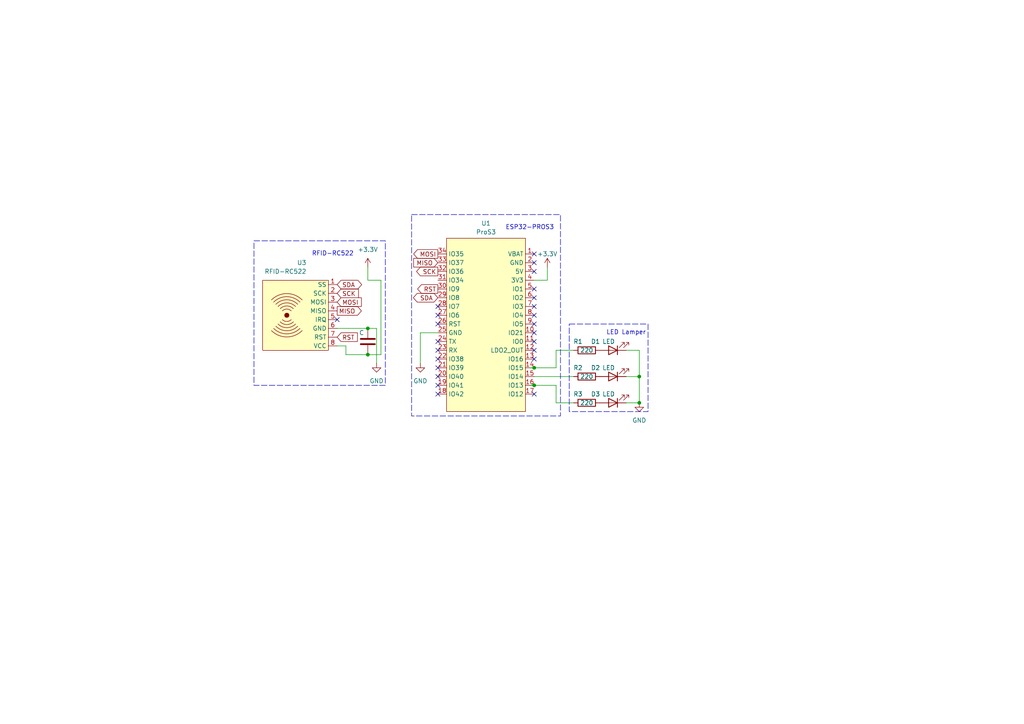
<source format=kicad_sch>
(kicad_sch (version 20231120) (generator "eeschema") (generator_version "8.0")
  (paper "A4")
  (lib_symbols
    (symbol "Device:C" (pin_numbers hide) (pin_names (offset 0.254))
      (property "Reference" "C" (at 0.635 2.54 0))
      (property "Value" "C" (at 0.635 -2.54 0))
      (symbol "C_0_1"
        (polyline (pts (xy -2.032 -0.762) (xy 2.032 -0.762)) (stroke (width 0.508)))
        (polyline (pts (xy -2.032 0.762) (xy 2.032 0.762)) (stroke (width 0.508)))
      )
      (symbol "C_1_1"
        (pin passive line (at 0 3.81 270) (length 2.794) (name "~") (number "1"))
        (pin passive line (at 0 -3.81 90) (length 2.794) (name "~") (number "2"))
      )
    )
    (symbol "Device:LED" (pin_numbers hide) (pin_names (offset 1.016) hide)
      (property "Reference" "D" (at 0 2.54 0))
      (property "Value" "LED" (at 0 -2.54 0))
      (symbol "LED_0_1"
        (polyline (pts (xy -1.27 -1.27) (xy -1.27 1.27)) (stroke (width 0.254)))
        (polyline (pts (xy -1.27 0) (xy 1.27 0)))
        (polyline (pts (xy 1.27 -1.27) (xy 1.27 1.27) (xy -1.27 0) (xy 1.27 -1.27)) (stroke (width 0.254)))
        (polyline (pts (xy -3.048 -0.762) (xy -4.572 -2.286) (xy -3.81 -2.286) (xy -4.572 -2.286) (xy -4.572 -1.524)))
        (polyline (pts (xy -1.778 -0.762) (xy -3.302 -2.286) (xy -2.54 -2.286) (xy -3.302 -2.286) (xy -3.302 -1.524)))
      )
      (symbol "LED_1_1"
        (pin passive line (at -3.81 0 0) (length 2.54) (name "K") (number "1"))
        (pin passive line (at 3.81 0 180) (length 2.54) (name "A") (number "2"))
      )
    )
    (symbol "Device:R" (pin_numbers hide) (pin_names (offset 0))
      (property "Reference" "R" (at 2.032 0 90))
      (property "Value" "R" (at 0 0 90))
      (symbol "R_0_1"
        (rectangle (start -1.016 -2.54) (end 1.016 2.54) (stroke (width 0.254)))
      )
      (symbol "R_1_1"
        (pin passive line (at 0 3.81 270) (length 1.27) (name "~") (number "1"))
        (pin passive line (at 0 -3.81 90) (length 1.27) (name "~") (number "2"))
      )
    )
    (symbol "ProS3:ProS3"
      (property "Reference" "U" (at 0 -28.956 0))
      (property "Value" "ProS3" (at -0.508 27.178 0))
      (symbol "ProS3_1_1"
        (rectangle (start -11.43 24.892) (end 11.43 -25.4) (stroke (width 0.1524)) (fill (type background)))
        (pin power_in line (at 13.97 20.32 180) (length 2.54) (name "VBAT") (number "1"))
        (pin bidirectional line (at 13.97 -2.54 180) (length 2.54) (name "IO21") (number "10"))
        (pin bidirectional line (at 13.97 -5.08 180) (length 2.54) (name "IO0") (number "11"))
        (pin power_out line (at 13.97 -7.62 180) (length 2.54) (name "LDO2_OUT") (number "12"))
        (pin bidirectional line (at 13.97 -10.16 180) (length 2.54) (name "IO16") (number "13"))
        (pin bidirectional line (at 13.97 -12.7 180) (length 2.54) (name "IO15") (number "14"))
        (pin bidirectional line (at 13.97 -15.24 180) (length 2.54) (name "IO14") (number "15"))
        (pin bidirectional line (at 13.97 -17.78 180) (length 2.54) (name "IO13") (number "16"))
        (pin bidirectional line (at 13.97 -20.32 180) (length 2.54) (name "IO12") (number "17"))
        (pin bidirectional line (at -13.97 -20.32 0) (length 2.54) (name "IO42") (number "18"))
        (pin bidirectional line (at -13.97 -17.78 0) (length 2.54) (name "IO41") (number "19"))
        (pin power_in line (at 13.97 17.78 180) (length 2.54) (name "GND") (number "2"))
        (pin bidirectional line (at -13.97 -15.24 0) (length 2.54) (name "IO40") (number "20"))
        (pin bidirectional line (at -13.97 -12.7 0) (length 2.54) (name "IO39") (number "21"))
        (pin bidirectional line (at -13.97 -10.16 0) (length 2.54) (name "IO38") (number "22"))
        (pin bidirectional line (at -13.97 -7.62 0) (length 2.54) (name "RX") (number "23"))
        (pin bidirectional line (at -13.97 -5.08 0) (length 2.54) (name "TX") (number "24"))
        (pin power_in line (at -13.97 -2.54 0) (length 2.54) (name "GND") (number "25"))
        (pin input line (at -13.97 0 0) (length 2.54) (name "RST") (number "26"))
        (pin bidirectional line (at -13.97 2.54 0) (length 2.54) (name "IO6") (number "27"))
        (pin bidirectional line (at -13.97 5.08 0) (length 2.54) (name "IO7") (number "28"))
        (pin bidirectional line (at -13.97 7.62 0) (length 2.54) (name "IO8") (number "29"))
        (pin power_in line (at 13.97 15.24 180) (length 2.54) (name "5V") (number "3"))
        (pin bidirectional line (at -13.97 10.16 0) (length 2.54) (name "IO9") (number "30"))
        (pin bidirectional line (at -13.97 12.7 0) (length 2.54) (name "IO34") (number "31"))
        (pin bidirectional line (at -13.97 15.24 0) (length 2.54) (name "IO36") (number "32"))
        (pin bidirectional line (at -13.97 17.78 0) (length 2.54) (name "IO37") (number "33"))
        (pin bidirectional line (at -13.97 20.32 0) (length 2.54) (name "IO35") (number "34"))
        (pin power_in line (at 13.97 12.7 180) (length 2.54) (name "3V3") (number "4"))
        (pin bidirectional line (at 13.97 10.16 180) (length 2.54) (name "IO1") (number "5"))
        (pin bidirectional line (at 13.97 7.62 180) (length 2.54) (name "IO2") (number "6"))
        (pin bidirectional line (at 13.97 5.08 180) (length 2.54) (name "IO3") (number "7"))
        (pin bidirectional line (at 13.97 2.54 180) (length 2.54) (name "IO4") (number "8"))
        (pin bidirectional line (at 13.97 0 180) (length 2.54) (name "IO5") (number "9"))
      )
    )
    (symbol "UCN_new:RFID-RC522"
      (property "Reference" "U" (at 3.81 2.54 0))
      (property "Value" "RFID-RC522" (at 20.32 -8.89 90))
      (symbol "RFID-RC522_0_0"
        (pin input line (at 0 0 0) (length 2.54) (name "SS") (number "1"))
        (pin input line (at 0 -2.54 0) (length 2.54) (name "SCK") (number "2"))
        (pin input line (at 0 -5.08 0) (length 2.54) (name "MOSI") (number "3"))
        (pin output line (at 0 -7.62 0) (length 2.54) (name "MISO") (number "4"))
        (pin output line (at 0 -10.16 0) (length 2.54) (name "IRQ") (number "5"))
        (pin power_in line (at 0 -12.7 0) (length 2.54) (name "GND") (number "6"))
        (pin input line (at 0 -15.24 0) (length 2.54) (name "RST") (number "7"))
        (pin power_in line (at 0 -17.78 0) (length 2.54) (name "VCC") (number "8"))
      )
      (symbol "RFID-RC522_1_1"
        (rectangle (start 2.54 1.27) (end 21.59 -19.05) (fill (type background)))
        (arc (start 10.16 -13.3349) (mid 14.605 -15.1761) (end 19.05 -13.3349))
        (arc (start 10.795 -12.6999) (mid 14.605 -14.278) (end 18.415 -12.6999))
        (arc (start 11.43 -12.0649) (mid 14.605 -13.38) (end 17.78 -12.0649))
        (arc (start 12.065 -11.4299) (mid 14.605 -12.482) (end 17.145 -11.4299))
        (arc (start 12.7 -10.7949) (mid 14.605 -11.584) (end 16.51 -10.7949))
        (arc (start 13.335 -10.1599) (mid 14.605 -10.6859) (end 15.875 -10.1599))
        (circle (center 14.605 -8.8897) (radius 0.635) (fill (type outline)))
        (arc (start 15.875 -7.6197) (mid 14.605 -7.0937) (end 13.335 -7.6197))
        (arc (start 16.51 -6.9847) (mid 14.605 -6.1956) (end 12.7 -6.9847))
        (arc (start 17.145 -6.3497) (mid 14.605 -5.2976) (end 12.065 -6.3497))
        (arc (start 17.78 -5.7147) (mid 14.605 -4.3996) (end 11.43 -5.7147))
        (arc (start 18.415 -5.0797) (mid 14.605 -3.5016) (end 10.795 -5.0797))
        (arc (start 19.05 -4.4447) (mid 14.605 -2.6035) (end 10.16 -4.4447))
      )
    )
    (symbol "power:+3.3V" (power) (pin_numbers hide) (pin_names (offset 0) hide)
      (property "Value" "+3.3V" (at 0 3.556 0))
      (symbol "+3.3V_0_1"
        (polyline (pts (xy -0.762 1.27) (xy 0 2.54)))
        (polyline (pts (xy 0 0) (xy 0 2.54)))
        (polyline (pts (xy 0 2.54) (xy 0.762 1.27)))
      )
      (symbol "+3.3V_1_1"
        (pin power_in line (at 0 0 90) (length 0) (name "~") (number "1"))
      )
    )
    (symbol "power:GND" (power) (pin_numbers hide) (pin_names (offset 0) hide)
      (property "Value" "GND" (at 0 -3.81 0))
      (symbol "GND_0_1"
        (polyline (pts (xy 0 0) (xy 0 -1.27) (xy 1.27 -1.27) (xy 0 -2.54) (xy -1.27 -1.27) (xy 0 -1.27)))
      )
      (symbol "GND_1_1"
        (pin power_in line (at 0 0 270) (length 0) (name "~") (number "1"))
      )
    )
  )
  (junction (at 106.68 102.87))
  (junction (at 154.94 111.76))
  (junction (at 106.68 95.25))
  (junction (at 185.42 116.84))
  (junction (at 154.94 106.68))
  (junction (at 185.42 109.22))
  (no_connect (at 97.79 92.71))
  (no_connect (at 154.94 99.06))
  (no_connect (at 127 104.14))
  (no_connect (at 154.94 96.52))
  (no_connect (at 154.94 91.44))
  (no_connect (at 127 106.68))
  (no_connect (at 154.94 104.14))
  (no_connect (at 154.94 73.66))
  (no_connect (at 154.94 114.3))
  (no_connect (at 154.94 86.36))
  (no_connect (at 154.94 93.98))
  (no_connect (at 127 114.3))
  (no_connect (at 127 88.9))
  (no_connect (at 127 101.6))
  (no_connect (at 127 109.22))
  (no_connect (at 127 93.98))
  (no_connect (at 127 91.44))
  (no_connect (at 154.94 88.9))
  (no_connect (at 154.94 78.74))
  (no_connect (at 127 99.06))
  (no_connect (at 154.94 101.6))
  (no_connect (at 154.94 83.82))
  (no_connect (at 127 111.76))
  (no_connect (at 154.94 76.2))
  (wire (pts (xy 154.94 111.76) (xy 161.29 111.76)))
  (wire (pts (xy 109.22 95.25) (xy 109.22 105.41)))
  (wire (pts (xy 110.49 81.28) (xy 106.68 81.28)))
  (wire (pts (xy 106.68 81.28) (xy 106.68 77.47)))
  (wire (pts (xy 106.68 95.25) (xy 109.22 95.25)))
  (wire (pts (xy 181.61 116.84) (xy 185.42 116.84)))
  (wire (pts (xy 161.29 116.84) (xy 166.37 116.84)))
  (wire (pts (xy 97.79 95.25) (xy 106.68 95.25)))
  (wire (pts (xy 110.49 102.87) (xy 110.49 81.28)))
  (wire (pts (xy 185.42 109.22) (xy 185.42 116.84)))
  (wire (pts (xy 97.79 100.33) (xy 100.33 100.33)))
  (wire (pts (xy 153.67 106.68) (xy 154.94 106.68)))
  (wire (pts (xy 127 96.52) (xy 121.92 96.52)))
  (wire (pts (xy 153.67 111.76) (xy 154.94 111.76)))
  (wire (pts (xy 106.68 102.87) (xy 110.49 102.87)))
  (wire (pts (xy 161.29 101.6) (xy 161.29 106.68)))
  (wire (pts (xy 121.92 96.52) (xy 121.92 105.41)))
  (wire (pts (xy 185.42 101.6) (xy 181.61 101.6)))
  (wire (pts (xy 100.33 102.87) (xy 106.68 102.87)))
  (wire (pts (xy 161.29 111.76) (xy 161.29 116.84)))
  (wire (pts (xy 181.61 109.22) (xy 185.42 109.22)))
  (wire (pts (xy 100.33 100.33) (xy 100.33 102.87)))
  (wire (pts (xy 185.42 101.6) (xy 185.42 109.22)))
  (wire (pts (xy 154.94 81.28) (xy 158.75 81.28)))
  (wire (pts (xy 154.94 106.68) (xy 161.29 106.68)))
  (wire (pts (xy 158.75 81.28) (xy 158.75 77.47)))
  (wire (pts (xy 154.94 109.22) (xy 166.37 109.22)))
  (wire (pts (xy 161.29 101.6) (xy 166.37 101.6)))
  (rectangle (start 119.38 62.23) (end 162.56 120.65) (stroke (width 0) (type dash)))
  (rectangle (start 165.1 93.98) (end 187.96 119.38) (stroke (width 0) (type dash)))
  (rectangle (start 73.66 69.85) (end 111.76 111.76) (stroke (width 0) (type dash)))
  (text "RFID-RC522" (at 96.52 73.66 0) (effects (font (size 1.27 1.27))))
  (text "LED Lamper" (at 181.61 96.52 0) (effects (font (size 1.27 1.27))))
  (text "ESP32-PROS3" (at 153.67 66.04 0) (effects (font (size 1.27 1.27))))
  (global_label "SCK" (shape output) (at 127 78.74 180) (property "Intersheetrefs" "${INTERSHEET_REFS}" (effects (hide yes))))
  (global_label "MISO" (shape output) (at 97.79 90.17 0) (property "Intersheetrefs" "${INTERSHEET_REFS}" (effects (hide yes))))
  (global_label "MOSI" (shape input) (at 97.79 87.63 0) (property "Intersheetrefs" "${INTERSHEET_REFS}" (effects (hide yes))))
  (global_label "SCK" (shape input) (at 97.79 85.09 0) (property "Intersheetrefs" "${INTERSHEET_REFS}" (effects (hide yes))))
  (global_label "SDA" (shape bidirectional) (at 97.79 82.55 0) (property "Intersheetrefs" "${INTERSHEET_REFS}" (effects (hide yes))))
  (global_label "MISO" (shape input) (at 127 76.2 180) (property "Intersheetrefs" "${INTERSHEET_REFS}" (effects (hide yes))))
  (global_label "SDA" (shape bidirectional) (at 127 86.36 180) (property "Intersheetrefs" "${INTERSHEET_REFS}" (effects (hide yes))))
  (global_label "RST" (shape input) (at 97.79 97.79 0) (property "Intersheetrefs" "${INTERSHEET_REFS}" (effects (hide yes))))
  (global_label "MOSI" (shape output) (at 127 73.66 180) (property "Intersheetrefs" "${INTERSHEET_REFS}" (effects (hide yes))))
  (global_label "RST" (shape output) (at 127 83.82 180) (property "Intersheetrefs" "${INTERSHEET_REFS}" (effects (hide yes))))
  (symbol (lib_id "power:GND") (at 185.42 116.84 0) (unit 1)
    (property "Reference" "#PWR03" (effects (hide yes)))
    (property "Value" "GND" (at 185.42 121.92 0))
    (property "Description" "Power symbol creates a global label with name \"GND\" , ground" (effects (hide yes)))
  )
  (symbol (lib_id "Device:LED") (at 177.8 109.22 180) (unit 1)
    (property "Reference" "D2" (at 172.72 106.68 0))
    (property "Value" "LED" (at 176.53 106.68 0))
    (property "Footprint" "LED_SMD:LED_0603_1608Metric_Pad1.05x0.95mm_HandSolder" (effects (hide yes)))
    (property "Description" "Light emitting diode" (effects (hide yes)))
  )
  (symbol (lib_id "Device:R") (at 170.18 116.84 90) (unit 1)
    (property "Reference" "R3" (at 167.64 114.3 90))
    (property "Value" "220" (at 170.18 116.84 90))
    (property "Footprint" "Resistor_SMD:R_0402_1005Metric_Pad0.72x0.64mm_HandSolder" (effects (hide yes)))
    (property "Description" "Resistor" (effects (hide yes)))
  )
  (symbol (lib_id "power:GND") (at 121.92 105.41 0) (unit 1)
    (property "Reference" "#PWR04" (effects (hide yes)))
    (property "Value" "GND" (at 121.92 110.49 0))
    (property "Description" "Power symbol creates a global label with name \"GND\" , ground" (effects (hide yes)))
  )
  (symbol (lib_id "Device:R") (at 170.18 101.6 90) (unit 1)
    (property "Reference" "R1" (at 167.64 99.06 90))
    (property "Value" "220" (at 170.18 101.6 90))
    (property "Footprint" "Resistor_SMD:R_0402_1005Metric_Pad0.72x0.64mm_HandSolder" (effects (hide yes)))
    (property "Description" "Resistor" (effects (hide yes)))
  )
  (symbol (lib_id "Device:R") (at 170.18 109.22 90) (unit 1)
    (property "Reference" "R2" (at 167.64 106.68 90))
    (property "Value" "220" (at 170.18 109.22 90))
    (property "Footprint" "Resistor_SMD:R_0402_1005Metric_Pad0.72x0.64mm_HandSolder" (effects (hide yes)))
    (property "Description" "Resistor" (effects (hide yes)))
  )
  (symbol (lib_id "power:+3.3V") (at 106.68 77.47 0) (unit 1)
    (property "Reference" "#PWR02" (effects (hide yes)))
    (property "Value" "+3.3V" (at 106.68 72.39 0))
    (property "Description" "Power symbol creates a global label with name \"+3.3V\"" (effects (hide yes)))
  )
  (symbol (lib_id "ProS3:ProS3") (at 140.97 93.98 0) (unit 1)
    (property "Reference" "U1" (at 140.97 64.77 0))
    (property "Value" "ProS3" (at 140.97 67.31 0))
    (property "Footprint" "PCM_Espressif:ESP32-PROS3" (effects (hide yes)))
  )
  (symbol (lib_id "Device:C") (at 106.68 99.06 0) (unit 1)
    (property "Reference" "C1" (effects (hide yes)))
    (property "Value" "C" (at 104.14 96.52 0) (effects (justify left)))
    (property "Footprint" "Capacitor_Tantalum_SMD:CP_EIA-1608-08_AVX-J_Pad1.25x1.05mm_HandSolder" (effects (hide yes)))
    (property "Description" "Unpolarized capacitor" (effects (hide yes)))
  )
  (symbol (lib_id "Device:LED") (at 177.8 116.84 180) (unit 1)
    (property "Reference" "D3" (at 172.72 114.3 0))
    (property "Value" "LED" (at 176.53 114.3 0))
    (property "Footprint" "LED_SMD:LED_0603_1608Metric_Pad1.05x0.95mm_HandSolder" (effects (hide yes)))
    (property "Description" "Light emitting diode" (effects (hide yes)))
  )
  (symbol (lib_id "Device:LED") (at 177.8 101.6 180) (unit 1)
    (property "Reference" "D1" (at 172.72 99.06 0))
    (property "Value" "LED" (at 176.53 99.06 0))
    (property "Footprint" "LED_SMD:LED_0603_1608Metric_Pad1.05x0.95mm_HandSolder" (effects (hide yes)))
    (property "Description" "Light emitting diode" (effects (hide yes)))
  )
  (symbol (lib_id "power:+3.3V") (at 158.75 77.47 0) (unit 1)
    (property "Reference" "#PWR05" (effects (hide yes)))
    (property "Value" "+3.3V" (at 158.75 73.66 0))
    (property "Description" "Power symbol creates a global label with name \"+3.3V\"" (effects (hide yes)))
  )
  (symbol (lib_id "power:GND") (at 109.22 105.41 0) (unit 1)
    (property "Reference" "#PWR01" (effects (hide yes)))
    (property "Value" "GND" (at 109.22 110.49 0))
    (property "Description" "Power symbol creates a global label with name \"GND\" , ground" (effects (hide yes)))
  )
  (symbol (lib_id "UCN_new:RFID-RC522") (at 97.79 82.55 0) (mirror y) (unit 1)
    (property "Reference" "U3" (at 88.9 76.2 0) (effects (justify left)))
    (property "Value" "RFID-RC522" (at 88.9 78.74 0) (effects (justify left)))
    (property "Footprint" "Connector_PinHeader_2.54mm:PinHeader_1x08_P2.54mm_Vertical" (effects (hide yes)))
    (property "Datasheet" "https://www.nxp.com/docs/en/data-sheet/MFRC522.pdf" (effects (hide yes)))
  )
)
</source>
